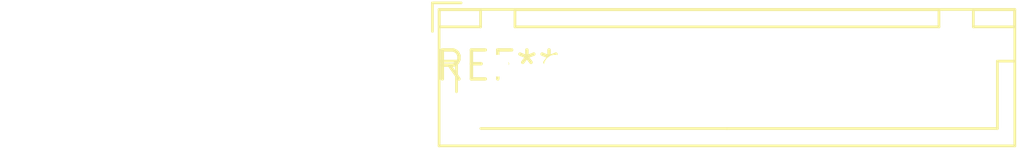
<source format=kicad_pcb>
(kicad_pcb (version 20240108) (generator pcbnew)
  (layers (0 "F.Cu" signal) (31 "B.Cu" signal) (34 "B.Paste" user) (35 "F.Paste" user) (36 "B.SilkS" user "B.Silkscreen") (37 "F.SilkS" user "F.Silkscreen") (38 "B.Mask" user) (39 "F.Mask" user) (44 "Edge.Cuts" user))
  (net 0 "")
  (footprint "JST_XH_B9B-XH-AM_1x09_P2.50mm_Vertical" (layer "F.Cu") (at 0 0)
    (property "Reference" "REF**")
    (property "Value" "JST_XH_B9B-XH-AM_1x09_P2.50mm_Vertical")
    (fp_line (start -2.85 -2.75) (end -2.85 -1.5) (layer "F.SilkS") (stroke (width 0.12)))
    (fp_line (start -2.56 -2.46) (end -2.56 3.51) (layer "F.SilkS") (stroke (width 0.12)))
    (fp_line (start -2.56 3.51) (end 22.56 3.51) (layer "F.SilkS") (stroke (width 0.12)))
    (fp_line (start -2.55 -2.45) (end -2.55 -1.7) (layer "F.SilkS") (stroke (width 0.12)))
    (fp_line (start -2.55 -1.7) (end -0.75 -1.7) (layer "F.SilkS") (stroke (width 0.12)))
    (fp_line (start -2.55 -0.2) (end -1.8 -0.2) (layer "F.SilkS") (stroke (width 0.12)))
    (fp_line (start -1.8 -0.2) (end -1.8 1.14) (layer "F.SilkS") (stroke (width 0.12)))
    (fp_line (start -1.6 -2.75) (end -2.85 -2.75) (layer "F.SilkS") (stroke (width 0.12)))
    (fp_line (start -0.75 -2.45) (end -2.55 -2.45) (layer "F.SilkS") (stroke (width 0.12)))
    (fp_line (start -0.75 -1.7) (end -0.75 -2.45) (layer "F.SilkS") (stroke (width 0.12)))
    (fp_line (start 0.75 -2.45) (end 0.75 -1.7) (layer "F.SilkS") (stroke (width 0.12)))
    (fp_line (start 0.75 -1.7) (end 19.25 -1.7) (layer "F.SilkS") (stroke (width 0.12)))
    (fp_line (start 10 2.75) (end -0.74 2.75) (layer "F.SilkS") (stroke (width 0.12)))
    (fp_line (start 19.25 -2.45) (end 0.75 -2.45) (layer "F.SilkS") (stroke (width 0.12)))
    (fp_line (start 19.25 -1.7) (end 19.25 -2.45) (layer "F.SilkS") (stroke (width 0.12)))
    (fp_line (start 20.75 -2.45) (end 20.75 -1.7) (layer "F.SilkS") (stroke (width 0.12)))
    (fp_line (start 20.75 -1.7) (end 22.55 -1.7) (layer "F.SilkS") (stroke (width 0.12)))
    (fp_line (start 21.8 -0.2) (end 21.8 2.75) (layer "F.SilkS") (stroke (width 0.12)))
    (fp_line (start 21.8 2.75) (end 10 2.75) (layer "F.SilkS") (stroke (width 0.12)))
    (fp_line (start 22.55 -2.45) (end 20.75 -2.45) (layer "F.SilkS") (stroke (width 0.12)))
    (fp_line (start 22.55 -1.7) (end 22.55 -2.45) (layer "F.SilkS") (stroke (width 0.12)))
    (fp_line (start 22.55 -0.2) (end 21.8 -0.2) (layer "F.SilkS") (stroke (width 0.12)))
    (fp_line (start 22.56 -2.46) (end -2.56 -2.46) (layer "F.SilkS") (stroke (width 0.12)))
    (fp_line (start 22.56 3.51) (end 22.56 -2.46) (layer "F.SilkS") (stroke (width 0.12)))
    (pad "" np_thru_hole circle (at -1.6 2) (size 1.2 1.2) (drill 1.2) (layers *.Cu *.Mask))
    (pad "1" thru_hole roundrect (at 0 0) (size 1.7 1.95) (drill 0.95) (layers *.Cu *.Mask) (remove_unused_layers) (roundrect_rratio 0.147059))
    (pad "2" thru_hole oval (at 2.5 0) (size 1.7 1.95) (drill 0.95) (layers *.Cu *.Mask) (remove_unused_layers))
    (pad "3" thru_hole oval (at 5 0) (size 1.7 1.95) (drill 0.95) (layers *.Cu *.Mask) (remove_unused_layers))
    (pad "4" thru_hole oval (at 7.5 0) (size 1.7 1.95) (drill 0.95) (layers *.Cu *.Mask) (remove_unused_layers))
    (pad "5" thru_hole oval (at 10 0) (size 1.7 1.95) (drill 0.95) (layers *.Cu *.Mask) (remove_unused_layers))
    (pad "6" thru_hole oval (at 12.5 0) (size 1.7 1.95) (drill 0.95) (layers *.Cu *.Mask) (remove_unused_layers))
    (pad "7" thru_hole oval (at 15 0) (size 1.7 1.95) (drill 0.95) (layers *.Cu *.Mask) (remove_unused_layers))
    (pad "8" thru_hole oval (at 17.5 0) (size 1.7 1.95) (drill 0.95) (layers *.Cu *.Mask) (remove_unused_layers))
    (pad "9" thru_hole oval (at 20 0) (size 1.7 1.95) (drill 0.95) (layers *.Cu *.Mask) (remove_unused_layers))
  )
)
</source>
